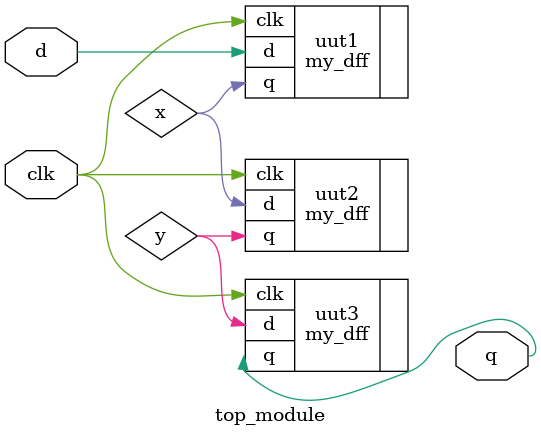
<source format=v>
module top_module ( input clk, input d, output q );
    wire x,y;
    my_dff uut1(
        .clk(clk),
        .d(d),
        .q(x));
        my_dff uut2(
            .clk(clk),
            .d(x),
            .q(y));
        my_dff uut3(
            .clk(clk),
            .d(y),
            .q(q));

endmodule

</source>
